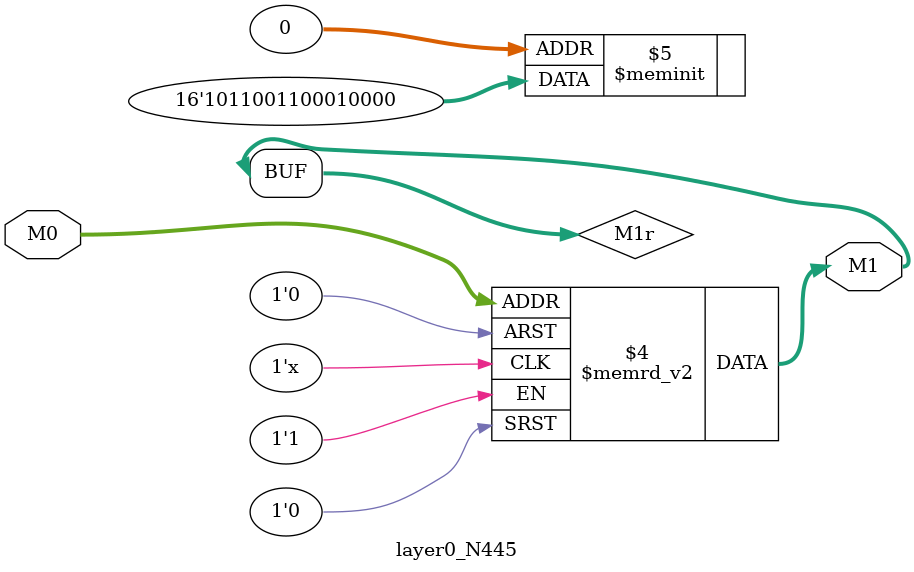
<source format=v>
module layer0_N445 ( input [2:0] M0, output [1:0] M1 );

	(*rom_style = "distributed" *) reg [1:0] M1r;
	assign M1 = M1r;
	always @ (M0) begin
		case (M0)
			3'b000: M1r = 2'b00;
			3'b100: M1r = 2'b11;
			3'b010: M1r = 2'b01;
			3'b110: M1r = 2'b11;
			3'b001: M1r = 2'b00;
			3'b101: M1r = 2'b00;
			3'b011: M1r = 2'b00;
			3'b111: M1r = 2'b10;

		endcase
	end
endmodule

</source>
